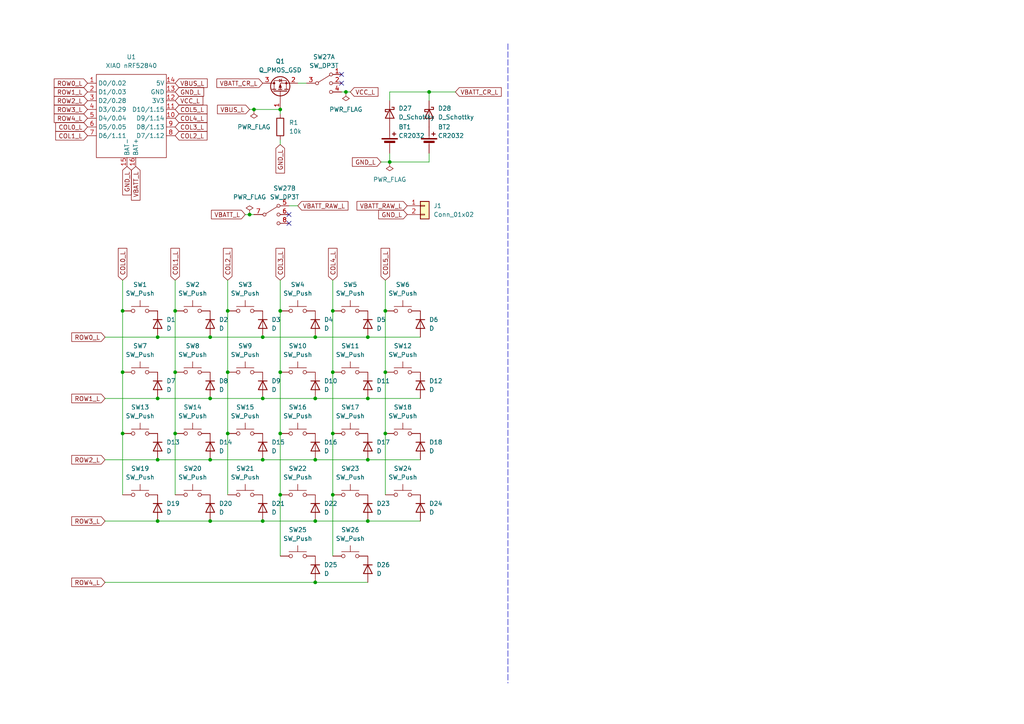
<source format=kicad_sch>
(kicad_sch (version 20230121) (generator eeschema)
  (paper "A4")
  (title_block (title "L4"))
  (lib_symbols
    (symbol "Connector_Generic:Conn_01x02" (pin_names (offset 1.016) hide)
      (property "Reference" "J" (at 0 2.54 0))
      (property "Value" "Conn_01x02" (at 0 -5.08 0))
      (symbol "Conn_01x02_1_1"
        (rectangle (start -1.27 -2.413) (end 0 -2.667) (stroke (width 0.1524)))
        (rectangle (start -1.27 0.127) (end 0 -0.127) (stroke (width 0.1524)))
        (rectangle (start -1.27 1.27) (end 1.27 -3.81) (stroke (width 0.254)) (fill (type background)))
        (pin passive line (at -5.08 0 0) (length 3.81) (name "Pin_1") (number "1"))
        (pin passive line (at -5.08 -2.54 0) (length 3.81) (name "Pin_2") (number "2"))
      )
    )
    (symbol "Device:Battery_Cell" (pin_numbers hide) (pin_names (offset 0) hide)
      (property "Reference" "BT" (at 2.54 2.54 0))
      (property "Value" "Battery_Cell" (at 2.54 0 0))
      (symbol "Battery_Cell_0_1"
        (rectangle (start -2.286 1.778) (end 2.286 1.524) (fill (type outline)))
        (rectangle (start -1.524 1.016) (end 1.524 0.508) (fill (type outline)))
        (polyline (pts (xy 0 0.762) (xy 0 0)))
        (polyline (pts (xy 0 1.778) (xy 0 2.54)))
        (polyline (pts (xy 0.762 3.048) (xy 1.778 3.048)) (stroke (width 0.254)))
        (polyline (pts (xy 1.27 3.556) (xy 1.27 2.54)) (stroke (width 0.254)))
      )
      (symbol "Battery_Cell_1_1"
        (pin passive line (at 0 5.08 270) (length 2.54) (name "+") (number "1"))
        (pin passive line (at 0 -2.54 90) (length 2.54) (name "-") (number "2"))
      )
    )
    (symbol "Device:D" (pin_numbers hide) (pin_names (offset 1.016) hide)
      (property "Reference" "D" (at 0 2.54 0))
      (property "Value" "D" (at 0 -2.54 0))
      (symbol "D_0_1"
        (polyline (pts (xy -1.27 1.27) (xy -1.27 -1.27)) (stroke (width 0.254)))
        (polyline (pts (xy 1.27 0) (xy -1.27 0)))
        (polyline (pts (xy 1.27 1.27) (xy 1.27 -1.27) (xy -1.27 0) (xy 1.27 1.27)) (stroke (width 0.254)))
      )
      (symbol "D_1_1"
        (pin passive line (at -3.81 0 0) (length 2.54) (name "K") (number "1"))
        (pin passive line (at 3.81 0 180) (length 2.54) (name "A") (number "2"))
      )
    )
    (symbol "Device:D_Schottky" (pin_numbers hide) (pin_names (offset 1.016) hide)
      (property "Reference" "D" (at 0 2.54 0))
      (property "Value" "D_Schottky" (at 0 -2.54 0))
      (symbol "D_Schottky_0_1"
        (polyline (pts (xy 1.27 0) (xy -1.27 0)))
        (polyline (pts (xy 1.27 1.27) (xy 1.27 -1.27) (xy -1.27 0) (xy 1.27 1.27)) (stroke (width 0.254)))
        (polyline (pts (xy -1.905 0.635) (xy -1.905 1.27) (xy -1.27 1.27) (xy -1.27 -1.27) (xy -0.635 -1.27) (xy -0.635 -0.635)) (stroke (width 0.254)))
      )
      (symbol "D_Schottky_1_1"
        (pin passive line (at -3.81 0 0) (length 2.54) (name "K") (number "1"))
        (pin passive line (at 3.81 0 180) (length 2.54) (name "A") (number "2"))
      )
    )
    (symbol "Device:Q_PMOS_GSD" (pin_names (offset 0) hide)
      (property "Reference" "Q" (at 5.08 1.27 0))
      (property "Value" "Q_PMOS_GSD" (at 5.08 -1.27 0))
      (symbol "Q_PMOS_GSD_0_1"
        (polyline (pts (xy 0.254 0) (xy -2.54 0)))
        (polyline (pts (xy 0.254 1.905) (xy 0.254 -1.905)) (stroke (width 0.254)))
        (polyline (pts (xy 0.762 -1.27) (xy 0.762 -2.286)) (stroke (width 0.254)))
        (polyline (pts (xy 0.762 0.508) (xy 0.762 -0.508)) (stroke (width 0.254)))
        (polyline (pts (xy 0.762 2.286) (xy 0.762 1.27)) (stroke (width 0.254)))
        (polyline (pts (xy 2.54 2.54) (xy 2.54 1.778)))
        (polyline (pts (xy 2.54 -2.54) (xy 2.54 0) (xy 0.762 0)))
        (polyline (pts (xy 0.762 1.778) (xy 3.302 1.778) (xy 3.302 -1.778) (xy 0.762 -1.778)))
        (polyline (pts (xy 2.286 0) (xy 1.27 0.381) (xy 1.27 -0.381) (xy 2.286 0)) (fill (type outline)))
        (polyline (pts (xy 2.794 -0.508) (xy 2.921 -0.381) (xy 3.683 -0.381) (xy 3.81 -0.254)))
        (polyline (pts (xy 3.302 -0.381) (xy 2.921 0.254) (xy 3.683 0.254) (xy 3.302 -0.381)))
        (circle (center 1.651 0) (radius 2.794) (stroke (width 0.254)))
        (circle (center 2.54 -1.778) (radius 0.254) (fill (type outline)))
        (circle (center 2.54 1.778) (radius 0.254) (fill (type outline)))
      )
      (symbol "Q_PMOS_GSD_1_1"
        (pin input line (at -5.08 0 0) (length 2.54) (name "G") (number "1"))
        (pin passive line (at 2.54 -5.08 90) (length 2.54) (name "S") (number "2"))
        (pin passive line (at 2.54 5.08 270) (length 2.54) (name "D") (number "3"))
      )
    )
    (symbol "Device:R" (pin_numbers hide) (pin_names (offset 0))
      (property "Reference" "R" (at 2.032 0 90))
      (property "Value" "R" (at 0 0 90))
      (symbol "R_0_1"
        (rectangle (start -1.016 -2.54) (end 1.016 2.54) (stroke (width 0.254)))
      )
      (symbol "R_1_1"
        (pin passive line (at 0 3.81 270) (length 1.27) (name "~") (number "1"))
        (pin passive line (at 0 -3.81 90) (length 1.27) (name "~") (number "2"))
      )
    )
    (symbol "Switch:SW_DP3T" (pin_names (offset 0) hide)
      (property "Reference" "SW" (at 0 5.08 0))
      (property "Value" "SW_DP3T" (at 0 -5.08 0))
      (symbol "SW_DP3T_0_1"
        (circle (center -2.032 0) (radius 0.4572))
        (polyline (pts (xy -1.651 0.254) (xy 1.651 2.286)))
        (circle (center 2.032 -2.54) (radius 0.4572))
        (circle (center 2.032 0) (radius 0.4572))
        (circle (center 2.032 2.54) (radius 0.4572))
      )
      (symbol "SW_DP3T_1_1"
        (pin passive line (at 5.08 2.54 180) (length 2.54) (name "1") (number "1"))
        (pin passive line (at 5.08 0 180) (length 2.54) (name "2") (number "2"))
        (pin passive line (at -5.08 0 0) (length 2.54) (name "3") (number "3"))
        (pin passive line (at 5.08 -2.54 180) (length 2.54) (name "4") (number "4"))
      )
      (symbol "SW_DP3T_2_1"
        (pin passive line (at 5.08 2.54 180) (length 2.54) (name "5") (number "5"))
        (pin passive line (at 5.08 0 180) (length 2.54) (name "6") (number "6"))
        (pin passive line (at -5.08 0 0) (length 2.54) (name "7") (number "7"))
        (pin passive line (at 5.08 -2.54 180) (length 2.54) (name "8") (number "8"))
      )
    )
    (symbol "Switch:SW_Push" (pin_numbers hide) (pin_names (offset 1.016) hide)
      (property "Reference" "SW" (at 1.27 2.54 0))
      (property "Value" "SW_Push" (at 0 -1.524 0))
      (symbol "SW_Push_0_1"
        (circle (center -2.032 0) (radius 0.508))
        (polyline (pts (xy 0 1.27) (xy 0 3.048)))
        (polyline (pts (xy 2.54 1.27) (xy -2.54 1.27)))
        (circle (center 2.032 0) (radius 0.508))
        (pin passive line (at -5.08 0 0) (length 2.54) (name "1") (number "1"))
        (pin passive line (at 5.08 0 180) (length 2.54) (name "2") (number "2"))
      )
    )
    (symbol "power:PWR_FLAG" (power) (pin_numbers hide) (pin_names (offset 0) hide)
      (property "Value" "PWR_FLAG" (at 0 3.81 0))
      (symbol "PWR_FLAG_0_0"
        (pin power_out line (at 0 0 90) (length 0) (name "pwr") (number "1"))
      )
      (symbol "PWR_FLAG_0_1"
        (polyline (pts (xy 0 0) (xy 0 1.27) (xy -1.016 1.905) (xy 0 2.54) (xy 1.016 1.905) (xy 0 1.27)))
      )
    )
    (symbol "seeed:xiao_nrf52840"
      (property "Reference" "U" (at 0 13.97 0))
      (symbol "xiao_nrf52840_0_1"
        (rectangle (start -10.16 10.16) (end 10.16 -13.97))
      )
      (symbol "xiao_nrf52840_1_1"
        (pin bidirectional line (at -12.7 7.62 0) (length 2.54) (name "D0/0.02") (number "1"))
        (pin bidirectional line (at 12.7 -2.54 180) (length 2.56) (name "D9/1.14") (number "10"))
        (pin bidirectional line (at 12.7 0 180) (length 2.56) (name "D10/1.15") (number "11"))
        (pin power_in line (at 12.7 2.54 180) (length 2.56) (name "3V3") (number "12"))
        (pin power_in line (at 12.7 5.08 180) (length 2.56) (name "GND") (number "13"))
        (pin power_in line (at 12.7 7.62 180) (length 2.56) (name "5V") (number "14"))
        (pin power_in line (at -1.27 -16.51 90) (length 2.56) (name "BAT-") (number "15"))
        (pin power_in line (at 1.27 -16.51 90) (length 2.56) (name "BAT+") (number "16"))
        (pin bidirectional line (at -12.7 5.08 0) (length 2.54) (name "D1/0.03") (number "2"))
        (pin bidirectional line (at -12.7 2.54 0) (length 2.54) (name "D2/0.28") (number "3"))
        (pin bidirectional line (at -12.7 0 0) (length 2.54) (name "D3/0.29") (number "4"))
        (pin bidirectional line (at -12.7 -2.54 0) (length 2.56) (name "D4/0.04") (number "5"))
        (pin bidirectional line (at -12.7 -5.08 0) (length 2.56) (name "D5/0.05") (number "6"))
        (pin bidirectional line (at -12.7 -7.62 0) (length 2.56) (name "D6/1.11") (number "7"))
        (pin bidirectional line (at 12.7 -7.62 180) (length 2.56) (name "D7/1.12") (number "8"))
        (pin bidirectional line (at 12.7 -5.08 180) (length 2.56) (name "D8/1.13") (number "9"))
      )
    )
  )
  (junction (at 35.56 107.95))
  (junction (at 81.28 31.75))
  (junction (at 81.28 90.17))
  (junction (at 111.76 107.95))
  (junction (at 66.04 90.17))
  (junction (at 60.96 97.79))
  (junction (at 91.44 151.13))
  (junction (at 45.72 115.57))
  (junction (at 91.44 133.35))
  (junction (at 81.28 125.73))
  (junction (at 50.8 125.73))
  (junction (at 76.2 115.57))
  (junction (at 91.44 97.79))
  (junction (at 66.04 125.73))
  (junction (at 96.52 90.17))
  (junction (at 106.68 151.13))
  (junction (at 124.46 26.67))
  (junction (at 50.8 107.95))
  (junction (at 35.56 125.73))
  (junction (at 96.52 107.95))
  (junction (at 111.76 125.73))
  (junction (at 111.76 90.17))
  (junction (at 96.52 125.73))
  (junction (at 91.44 168.91))
  (junction (at 81.28 107.95))
  (junction (at 72.39 62.23))
  (junction (at 100.33 26.67))
  (junction (at 60.96 115.57))
  (junction (at 106.68 115.57))
  (junction (at 73.66 31.75))
  (junction (at 60.96 151.13))
  (junction (at 60.96 133.35))
  (junction (at 81.28 143.51))
  (junction (at 45.72 97.79))
  (junction (at 96.52 143.51))
  (junction (at 113.03 46.99))
  (junction (at 35.56 90.17))
  (junction (at 45.72 133.35))
  (junction (at 76.2 97.79))
  (junction (at 45.72 151.13))
  (junction (at 106.68 97.79))
  (junction (at 76.2 151.13))
  (junction (at 66.04 107.95))
  (junction (at 50.8 90.17))
  (junction (at 91.44 115.57))
  (junction (at 106.68 133.35))
  (junction (at 76.2 133.35))
  (no_connect (at 99.06 24.13))
  (no_connect (at 83.82 64.77))
  (no_connect (at 99.06 21.59))
  (no_connect (at 83.82 62.23))
  (wire (pts (xy 113.03 26.67) (xy 113.03 29.21)))
  (wire (pts (xy 60.96 97.79) (xy 76.2 97.79)))
  (wire (pts (xy 111.76 125.73) (xy 111.76 143.51)))
  (wire (pts (xy 91.44 97.79) (xy 106.68 97.79)))
  (wire (pts (xy 50.8 81.28) (xy 50.8 90.17)))
  (wire (pts (xy 81.28 143.51) (xy 81.28 161.29)))
  (wire (pts (xy 66.04 107.95) (xy 66.04 125.73)))
  (polyline (pts (xy 147.32 12.7) (xy 147.32 198.12)) (stroke (width 0) (type dash)))
  (wire (pts (xy 72.39 62.23) (xy 73.66 62.23)))
  (wire (pts (xy 71.12 62.23) (xy 72.39 62.23)))
  (wire (pts (xy 106.68 151.13) (xy 121.92 151.13)))
  (wire (pts (xy 45.72 133.35) (xy 60.96 133.35)))
  (wire (pts (xy 81.28 81.28) (xy 81.28 90.17)))
  (wire (pts (xy 66.04 90.17) (xy 66.04 107.95)))
  (wire (pts (xy 81.28 33.02) (xy 81.28 31.75)))
  (wire (pts (xy 96.52 90.17) (xy 96.52 107.95)))
  (wire (pts (xy 100.33 26.67) (xy 99.06 26.67)))
  (wire (pts (xy 81.28 107.95) (xy 81.28 125.73)))
  (wire (pts (xy 124.46 44.45) (xy 124.46 46.99)))
  (wire (pts (xy 91.44 168.91) (xy 106.68 168.91)))
  (wire (pts (xy 91.44 133.35) (xy 106.68 133.35)))
  (wire (pts (xy 101.6 26.67) (xy 100.33 26.67)))
  (wire (pts (xy 106.68 97.79) (xy 121.92 97.79)))
  (wire (pts (xy 50.8 125.73) (xy 50.8 143.51)))
  (wire (pts (xy 72.39 31.75) (xy 73.66 31.75)))
  (wire (pts (xy 113.03 44.45) (xy 113.03 46.99)))
  (wire (pts (xy 124.46 26.67) (xy 124.46 29.21)))
  (wire (pts (xy 66.04 81.28) (xy 66.04 90.17)))
  (wire (pts (xy 86.36 59.69) (xy 83.82 59.69)))
  (wire (pts (xy 76.2 151.13) (xy 91.44 151.13)))
  (wire (pts (xy 81.28 125.73) (xy 81.28 143.51)))
  (wire (pts (xy 30.48 168.91) (xy 91.44 168.91)))
  (wire (pts (xy 91.44 151.13) (xy 106.68 151.13)))
  (wire (pts (xy 60.96 151.13) (xy 76.2 151.13)))
  (wire (pts (xy 30.48 133.35) (xy 45.72 133.35)))
  (wire (pts (xy 60.96 115.57) (xy 76.2 115.57)))
  (wire (pts (xy 76.2 115.57) (xy 91.44 115.57)))
  (wire (pts (xy 106.68 133.35) (xy 121.92 133.35)))
  (wire (pts (xy 96.52 81.28) (xy 96.52 90.17)))
  (wire (pts (xy 30.48 151.13) (xy 45.72 151.13)))
  (wire (pts (xy 50.8 90.17) (xy 50.8 107.95)))
  (wire (pts (xy 81.28 41.91) (xy 81.28 40.64)))
  (wire (pts (xy 73.66 31.75) (xy 81.28 31.75)))
  (wire (pts (xy 60.96 133.35) (xy 76.2 133.35)))
  (wire (pts (xy 111.76 90.17) (xy 111.76 107.95)))
  (wire (pts (xy 35.56 107.95) (xy 35.56 125.73)))
  (wire (pts (xy 96.52 107.95) (xy 96.52 125.73)))
  (wire (pts (xy 106.68 115.57) (xy 121.92 115.57)))
  (wire (pts (xy 96.52 143.51) (xy 96.52 161.29)))
  (wire (pts (xy 35.56 81.28) (xy 35.56 90.17)))
  (wire (pts (xy 45.72 115.57) (xy 60.96 115.57)))
  (wire (pts (xy 124.46 26.67) (xy 132.08 26.67)))
  (wire (pts (xy 76.2 133.35) (xy 91.44 133.35)))
  (wire (pts (xy 81.28 90.17) (xy 81.28 107.95)))
  (wire (pts (xy 30.48 97.79) (xy 45.72 97.79)))
  (wire (pts (xy 113.03 26.67) (xy 124.46 26.67)))
  (wire (pts (xy 111.76 107.95) (xy 111.76 125.73)))
  (wire (pts (xy 110.49 46.99) (xy 113.03 46.99)))
  (wire (pts (xy 86.36 24.13) (xy 88.9 24.13)))
  (wire (pts (xy 35.56 125.73) (xy 35.56 143.51)))
  (wire (pts (xy 30.48 115.57) (xy 45.72 115.57)))
  (wire (pts (xy 45.72 151.13) (xy 60.96 151.13)))
  (wire (pts (xy 35.56 90.17) (xy 35.56 107.95)))
  (wire (pts (xy 66.04 125.73) (xy 66.04 143.51)))
  (wire (pts (xy 50.8 107.95) (xy 50.8 125.73)))
  (wire (pts (xy 111.76 81.28) (xy 111.76 90.17)))
  (wire (pts (xy 76.2 97.79) (xy 91.44 97.79)))
  (wire (pts (xy 45.72 97.79) (xy 60.96 97.79)))
  (wire (pts (xy 113.03 46.99) (xy 124.46 46.99)))
  (wire (pts (xy 96.52 125.73) (xy 96.52 143.51)))
  (wire (pts (xy 91.44 115.57) (xy 106.68 115.57)))
  (global_label "GND_L" (shape input) (at 118.11 62.23 180) (property "Intersheetrefs" "${INTERSHEET_REFS}" (effects hide)))
  (global_label "ROW2_L" (shape input) (at 25.4 29.21 180) (property "Intersheetrefs" "${INTERSHEET_REFS}" (effects hide)))
  (global_label "COL1_L" (shape input) (at 25.4 39.37 180) (property "Intersheetrefs" "${INTERSHEET_REFS}" (effects hide)))
  (global_label "VBATT_CR_L" (shape input) (at 132.08 26.67 0) (property "Intersheetrefs" "${INTERSHEET_REFS}" (effects hide)))
  (global_label "VBUS_L" (shape input) (at 72.39 31.75 180) (property "Intersheetrefs" "${INTERSHEET_REFS}" (effects hide)))
  (global_label "VBUS_L" (shape input) (at 50.8 24.13 0) (property "Intersheetrefs" "${INTERSHEET_REFS}" (effects hide)))
  (global_label "GND_L" (shape input) (at 50.8 26.67 0) (property "Intersheetrefs" "${INTERSHEET_REFS}" (effects hide)))
  (global_label "COL5_L" (shape input) (at 50.8 31.75 0) (property "Intersheetrefs" "${INTERSHEET_REFS}" (effects hide)))
  (global_label "ROW0_L" (shape input) (at 25.4 24.13 180) (property "Intersheetrefs" "${INTERSHEET_REFS}" (effects hide)))
  (global_label "COL4_L" (shape input) (at 96.52 81.28 90) (property "Intersheetrefs" "${INTERSHEET_REFS}" (effects hide)))
  (global_label "COL5_L" (shape input) (at 111.76 81.28 90) (property "Intersheetrefs" "${INTERSHEET_REFS}" (effects hide)))
  (global_label "ROW3_L" (shape input) (at 30.48 151.13 180) (property "Intersheetrefs" "${INTERSHEET_REFS}" (effects hide)))
  (global_label "VBATT_RAW_L" (shape input) (at 86.36 59.69 0) (property "Intersheetrefs" "${INTERSHEET_REFS}" (effects hide)))
  (global_label "COL0_L" (shape input) (at 35.56 81.28 90) (property "Intersheetrefs" "${INTERSHEET_REFS}" (effects hide)))
  (global_label "COL3_L" (shape input) (at 81.28 81.28 90) (property "Intersheetrefs" "${INTERSHEET_REFS}" (effects hide)))
  (global_label "ROW3_L" (shape input) (at 25.4 31.75 180) (property "Intersheetrefs" "${INTERSHEET_REFS}" (effects hide)))
  (global_label "ROW1_L" (shape input) (at 30.48 115.57 180) (property "Intersheetrefs" "${INTERSHEET_REFS}" (effects hide)))
  (global_label "VBATT_L" (shape input) (at 71.12 62.23 180) (property "Intersheetrefs" "${INTERSHEET_REFS}" (effects hide)))
  (global_label "ROW4_L" (shape input) (at 30.48 168.91 180) (property "Intersheetrefs" "${INTERSHEET_REFS}" (effects hide)))
  (global_label "COL3_L" (shape input) (at 50.8 36.83 0) (property "Intersheetrefs" "${INTERSHEET_REFS}" (effects hide)))
  (global_label "COL1_L" (shape input) (at 50.8 81.28 90) (property "Intersheetrefs" "${INTERSHEET_REFS}" (effects hide)))
  (global_label "COL2_L" (shape input) (at 66.04 81.28 90) (property "Intersheetrefs" "${INTERSHEET_REFS}" (effects hide)))
  (global_label "COL2_L" (shape input) (at 50.8 39.37 0) (property "Intersheetrefs" "${INTERSHEET_REFS}" (effects hide)))
  (global_label "VCC_L" (shape input) (at 101.6 26.67 0) (property "Intersheetrefs" "${INTERSHEET_REFS}" (effects hide)))
  (global_label "ROW2_L" (shape input) (at 30.48 133.35 180) (property "Intersheetrefs" "${INTERSHEET_REFS}" (effects hide)))
  (global_label "VCC_L" (shape input) (at 50.8 29.21 0) (property "Intersheetrefs" "${INTERSHEET_REFS}" (effects hide)))
  (global_label "VBATT_RAW_L" (shape input) (at 118.11 59.69 180) (property "Intersheetrefs" "${INTERSHEET_REFS}" (effects hide)))
  (global_label "GND_L" (shape input) (at 36.83 48.26 270) (property "Intersheetrefs" "${INTERSHEET_REFS}" (effects hide)))
  (global_label "ROW0_L" (shape input) (at 30.48 97.79 180) (property "Intersheetrefs" "${INTERSHEET_REFS}" (effects hide)))
  (global_label "VBATT_L" (shape input) (at 39.37 48.26 270) (property "Intersheetrefs" "${INTERSHEET_REFS}" (effects hide)))
  (global_label "ROW4_L" (shape input) (at 25.4 34.29 180) (property "Intersheetrefs" "${INTERSHEET_REFS}" (effects hide)))
  (global_label "COL4_L" (shape input) (at 50.8 34.29 0) (property "Intersheetrefs" "${INTERSHEET_REFS}" (effects hide)))
  (global_label "GND_L" (shape input) (at 81.28 41.91 270) (property "Intersheetrefs" "${INTERSHEET_REFS}" (effects hide)))
  (global_label "GND_L" (shape input) (at 110.49 46.99 180) (property "Intersheetrefs" "${INTERSHEET_REFS}" (effects hide)))
  (global_label "VBATT_CR_L" (shape input) (at 76.2 24.13 180) (property "Intersheetrefs" "${INTERSHEET_REFS}" (effects hide)))
  (global_label "ROW1_L" (shape input) (at 25.4 26.67 180) (property "Intersheetrefs" "${INTERSHEET_REFS}" (effects hide)))
  (global_label "COL0_L" (shape input) (at 25.4 36.83 180) (property "Intersheetrefs" "${INTERSHEET_REFS}" (effects hide)))
  (symbol (lib_id "Switch:SW_Push") (at 71.12 90.17 0) (unit 1)
    (property "Reference" "SW3" (at 71.12 82.55 0))
    (property "Value" "SW_Push" (at 71.12 85.09 0))
  )
  (symbol (lib_id "Device:D") (at 121.92 111.76 270) (unit 1)
    (property "Reference" "D12" (at 124.46 110.49 90) (effects (justify left)))
    (property "Value" "D" (at 124.46 113.03 90) (effects (justify left)))
    (property "Sim.Device" "D" (effects hide))
    (property "Sim.Pins" "1=K 2=A" (effects hide))
  )
  (symbol (lib_id "Switch:SW_Push") (at 55.88 107.95 0) (unit 1)
    (property "Reference" "SW8" (at 55.88 100.33 0))
    (property "Value" "SW_Push" (at 55.88 102.87 0))
  )
  (symbol (lib_id "Device:D") (at 106.68 129.54 270) (unit 1)
    (property "Reference" "D17" (at 109.22 128.27 90) (effects (justify left)))
    (property "Value" "D" (at 109.22 130.81 90) (effects (justify left)))
    (property "Sim.Device" "D" (effects hide))
    (property "Sim.Pins" "1=K 2=A" (effects hide))
  )
  (symbol (lib_id "Device:D") (at 91.44 111.76 270) (unit 1)
    (property "Reference" "D10" (at 93.98 110.49 90) (effects (justify left)))
    (property "Value" "D" (at 93.98 113.03 90) (effects (justify left)))
    (property "Sim.Device" "D" (effects hide))
    (property "Sim.Pins" "1=K 2=A" (effects hide))
  )
  (symbol (lib_id "Switch:SW_Push") (at 40.64 107.95 0) (unit 1)
    (property "Reference" "SW7" (at 40.64 100.33 0))
    (property "Value" "SW_Push" (at 40.64 102.87 0))
  )
  (symbol (lib_id "Device:D") (at 45.72 147.32 270) (unit 1)
    (property "Reference" "D19" (at 48.26 146.05 90) (effects (justify left)))
    (property "Value" "D" (at 48.26 148.59 90) (effects (justify left)))
    (property "Sim.Device" "D" (effects hide))
    (property "Sim.Pins" "1=K 2=A" (effects hide))
  )
  (symbol (lib_id "Device:D") (at 106.68 111.76 270) (unit 1)
    (property "Reference" "D11" (at 109.22 110.49 90) (effects (justify left)))
    (property "Value" "D" (at 109.22 113.03 90) (effects (justify left)))
    (property "Sim.Device" "D" (effects hide))
    (property "Sim.Pins" "1=K 2=A" (effects hide))
  )
  (symbol (lib_id "Switch:SW_DP3T") (at 93.98 24.13 0) (unit 1)
    (property "Reference" "SW27" (at 93.98 16.51 0))
    (property "Value" "SW_DP3T" (at 93.98 19.05 0))
  )
  (symbol (lib_id "Device:D") (at 76.2 129.54 270) (unit 1)
    (property "Reference" "D15" (at 78.74 128.27 90) (effects (justify left)))
    (property "Value" "D" (at 78.74 130.81 90) (effects (justify left)))
    (property "Sim.Device" "D" (effects hide))
    (property "Sim.Pins" "1=K 2=A" (effects hide))
  )
  (symbol (lib_id "Device:Battery_Cell") (at 113.03 41.91 0) (unit 1)
    (property "Reference" "BT1" (at 115.57 36.83 0) (effects (justify left)))
    (property "Value" "CR2032" (at 115.57 39.37 0) (effects (justify left)))
  )
  (symbol (lib_id "Device:D") (at 60.96 93.98 270) (unit 1)
    (property "Reference" "D2" (at 63.5 92.71 90) (effects (justify left)))
    (property "Value" "D" (at 63.5 95.25 90) (effects (justify left)))
    (property "Sim.Device" "D" (effects hide))
    (property "Sim.Pins" "1=K 2=A" (effects hide))
  )
  (symbol (lib_id "Device:D") (at 121.92 129.54 270) (unit 1)
    (property "Reference" "D18" (at 124.46 128.27 90) (effects (justify left)))
    (property "Value" "D" (at 124.46 130.81 90) (effects (justify left)))
    (property "Sim.Device" "D" (effects hide))
    (property "Sim.Pins" "1=K 2=A" (effects hide))
  )
  (symbol (lib_id "Switch:SW_Push") (at 71.12 107.95 0) (unit 1)
    (property "Reference" "SW9" (at 71.12 100.33 0))
    (property "Value" "SW_Push" (at 71.12 102.87 0))
  )
  (symbol (lib_id "Device:D") (at 45.72 93.98 270) (unit 1)
    (property "Reference" "D1" (at 48.26 92.71 90) (effects (justify left)))
    (property "Value" "D" (at 48.26 95.25 90) (effects (justify left)))
    (property "Sim.Device" "D" (effects hide))
    (property "Sim.Pins" "1=K 2=A" (effects hide))
  )
  (symbol (lib_id "Device:D") (at 106.68 147.32 270) (unit 1)
    (property "Reference" "D23" (at 109.22 146.05 90) (effects (justify left)))
    (property "Value" "D" (at 109.22 148.59 90) (effects (justify left)))
    (property "Sim.Device" "D" (effects hide))
    (property "Sim.Pins" "1=K 2=A" (effects hide))
  )
  (symbol (lib_id "Switch:SW_Push") (at 116.84 90.17 0) (unit 1)
    (property "Reference" "SW6" (at 116.84 82.55 0))
    (property "Value" "SW_Push" (at 116.84 85.09 0))
  )
  (symbol (lib_id "Device:R") (at 81.28 36.83 0) (unit 1)
    (property "Reference" "R1" (at 83.82 35.56 0) (effects (justify left)))
    (property "Value" "10k" (at 83.82 38.1 0) (effects (justify left)))
  )
  (symbol (lib_id "power:PWR_FLAG") (at 72.39 62.23 0) (unit 1)
    (property "Reference" "#FLG02" (effects hide))
    (property "Value" "PWR_FLAG" (at 72.39 57.15 0))
  )
  (symbol (lib_id "Switch:SW_Push") (at 116.84 107.95 0) (unit 1)
    (property "Reference" "SW12" (at 116.84 100.33 0))
    (property "Value" "SW_Push" (at 116.84 102.87 0))
  )
  (symbol (lib_id "Device:D") (at 60.96 147.32 270) (unit 1)
    (property "Reference" "D20" (at 63.5 146.05 90) (effects (justify left)))
    (property "Value" "D" (at 63.5 148.59 90) (effects (justify left)))
    (property "Sim.Device" "D" (effects hide))
    (property "Sim.Pins" "1=K 2=A" (effects hide))
  )
  (symbol (lib_id "Switch:SW_Push") (at 116.84 125.73 0) (unit 1)
    (property "Reference" "SW18" (at 116.84 118.11 0))
    (property "Value" "SW_Push" (at 116.84 120.65 0))
  )
  (symbol (lib_id "Switch:SW_Push") (at 40.64 143.51 0) (unit 1)
    (property "Reference" "SW19" (at 40.64 135.89 0))
    (property "Value" "SW_Push" (at 40.64 138.43 0))
  )
  (symbol (lib_id "Switch:SW_DP3T") (at 78.74 62.23 0) (unit 2)
    (property "Reference" "SW27" (at 82.55 54.61 0))
    (property "Value" "SW_DP3T" (at 82.55 57.15 0))
  )
  (symbol (lib_id "Device:D") (at 121.92 93.98 270) (unit 1)
    (property "Reference" "D6" (at 124.46 92.71 90) (effects (justify left)))
    (property "Value" "D" (at 124.46 95.25 90) (effects (justify left)))
    (property "Sim.Device" "D" (effects hide))
    (property "Sim.Pins" "1=K 2=A" (effects hide))
  )
  (symbol (lib_id "Device:D") (at 121.92 147.32 270) (unit 1)
    (property "Reference" "D24" (at 124.46 146.05 90) (effects (justify left)))
    (property "Value" "D" (at 124.46 148.59 90) (effects (justify left)))
    (property "Sim.Device" "D" (effects hide))
    (property "Sim.Pins" "1=K 2=A" (effects hide))
  )
  (symbol (lib_id "Device:D") (at 76.2 93.98 270) (unit 1)
    (property "Reference" "D3" (at 78.74 92.71 90) (effects (justify left)))
    (property "Value" "D" (at 78.74 95.25 90) (effects (justify left)))
    (property "Sim.Device" "D" (effects hide))
    (property "Sim.Pins" "1=K 2=A" (effects hide))
  )
  (symbol (lib_id "Device:D_Schottky") (at 124.46 33.02 270) (unit 1)
    (property "Reference" "D28" (at 127 31.4325 90) (effects (justify left)))
    (property "Value" "D_Schottky" (at 127 33.9725 90) (effects (justify left)))
  )
  (symbol (lib_id "Switch:SW_Push") (at 86.36 143.51 0) (unit 1)
    (property "Reference" "SW22" (at 86.36 135.89 0))
    (property "Value" "SW_Push" (at 86.36 138.43 0))
  )
  (symbol (lib_id "Device:D") (at 91.44 147.32 270) (unit 1)
    (property "Reference" "D22" (at 93.98 146.05 90) (effects (justify left)))
    (property "Value" "D" (at 93.98 148.59 90) (effects (justify left)))
    (property "Sim.Device" "D" (effects hide))
    (property "Sim.Pins" "1=K 2=A" (effects hide))
  )
  (symbol (lib_id "Switch:SW_Push") (at 71.12 143.51 0) (unit 1)
    (property "Reference" "SW21" (at 71.12 135.89 0))
    (property "Value" "SW_Push" (at 71.12 138.43 0))
  )
  (symbol (lib_id "Device:D") (at 91.44 165.1 270) (unit 1)
    (property "Reference" "D25" (at 93.98 163.83 90) (effects (justify left)))
    (property "Value" "D" (at 93.98 166.37 90) (effects (justify left)))
    (property "Sim.Device" "D" (effects hide))
    (property "Sim.Pins" "1=K 2=A" (effects hide))
  )
  (symbol (lib_id "Switch:SW_Push") (at 55.88 143.51 0) (unit 1)
    (property "Reference" "SW20" (at 55.88 135.89 0))
    (property "Value" "SW_Push" (at 55.88 138.43 0))
  )
  (symbol (lib_id "Device:D") (at 76.2 111.76 270) (unit 1)
    (property "Reference" "D9" (at 78.74 110.49 90) (effects (justify left)))
    (property "Value" "D" (at 78.74 113.03 90) (effects (justify left)))
    (property "Sim.Device" "D" (effects hide))
    (property "Sim.Pins" "1=K 2=A" (effects hide))
  )
  (symbol (lib_id "Switch:SW_Push") (at 55.88 125.73 0) (unit 1)
    (property "Reference" "SW14" (at 55.88 118.11 0))
    (property "Value" "SW_Push" (at 55.88 120.65 0))
  )
  (symbol (lib_id "power:PWR_FLAG") (at 73.66 31.75 180) (unit 1)
    (property "Reference" "#FLG03" (effects hide))
    (property "Value" "PWR_FLAG" (at 73.66 36.83 0))
  )
  (symbol (lib_id "Connector_Generic:Conn_01x02") (at 123.19 59.69 0) (unit 1)
    (property "Reference" "J1" (at 125.73 59.69 0) (effects (justify left)))
    (property "Value" "Conn_01x02" (at 125.73 62.23 0) (effects (justify left)))
  )
  (symbol (lib_id "Device:D") (at 60.96 129.54 270) (unit 1)
    (property "Reference" "D14" (at 63.5 128.27 90) (effects (justify left)))
    (property "Value" "D" (at 63.5 130.81 90) (effects (justify left)))
    (property "Sim.Device" "D" (effects hide))
    (property "Sim.Pins" "1=K 2=A" (effects hide))
  )
  (symbol (lib_id "Switch:SW_Push") (at 101.6 107.95 0) (unit 1)
    (property "Reference" "SW11" (at 101.6 100.33 0))
    (property "Value" "SW_Push" (at 101.6 102.87 0))
  )
  (symbol (lib_id "Switch:SW_Push") (at 86.36 161.29 0) (unit 1)
    (property "Reference" "SW25" (at 86.36 153.67 0))
    (property "Value" "SW_Push" (at 86.36 156.21 0))
  )
  (symbol (lib_id "Device:Battery_Cell") (at 124.46 41.91 0) (unit 1)
    (property "Reference" "BT2" (at 127 36.83 0) (effects (justify left)))
    (property "Value" "CR2032" (at 127 39.37 0) (effects (justify left)))
  )
  (symbol (lib_id "Switch:SW_Push") (at 40.64 90.17 0) (unit 1)
    (property "Reference" "SW1" (at 40.64 82.55 0))
    (property "Value" "SW_Push" (at 40.64 85.09 0))
  )
  (symbol (lib_id "Device:D") (at 106.68 93.98 270) (unit 1)
    (property "Reference" "D5" (at 109.22 92.71 90) (effects (justify left)))
    (property "Value" "D" (at 109.22 95.25 90) (effects (justify left)))
    (property "Sim.Device" "D" (effects hide))
    (property "Sim.Pins" "1=K 2=A" (effects hide))
  )
  (symbol (lib_id "power:PWR_FLAG") (at 100.33 26.67 180) (unit 1)
    (property "Reference" "#FLG04" (effects hide))
    (property "Value" "PWR_FLAG" (at 100.33 31.75 0))
  )
  (symbol (lib_id "Switch:SW_Push") (at 55.88 90.17 0) (unit 1)
    (property "Reference" "SW2" (at 55.88 82.55 0))
    (property "Value" "SW_Push" (at 55.88 85.09 0))
  )
  (symbol (lib_id "Device:D") (at 106.68 165.1 270) (unit 1)
    (property "Reference" "D26" (at 109.22 163.83 90) (effects (justify left)))
    (property "Value" "D" (at 109.22 166.37 90) (effects (justify left)))
    (property "Sim.Device" "D" (effects hide))
    (property "Sim.Pins" "1=K 2=A" (effects hide))
  )
  (symbol (lib_id "Device:D") (at 76.2 147.32 270) (unit 1)
    (property "Reference" "D21" (at 78.74 146.05 90) (effects (justify left)))
    (property "Value" "D" (at 78.74 148.59 90) (effects (justify left)))
    (property "Sim.Device" "D" (effects hide))
    (property "Sim.Pins" "1=K 2=A" (effects hide))
  )
  (symbol (lib_id "Device:D") (at 45.72 111.76 270) (unit 1)
    (property "Reference" "D7" (at 48.26 110.49 90) (effects (justify left)))
    (property "Value" "D" (at 48.26 113.03 90) (effects (justify left)))
    (property "Sim.Device" "D" (effects hide))
    (property "Sim.Pins" "1=K 2=A" (effects hide))
  )
  (symbol (lib_id "Switch:SW_Push") (at 86.36 107.95 0) (unit 1)
    (property "Reference" "SW10" (at 86.36 100.33 0))
    (property "Value" "SW_Push" (at 86.36 102.87 0))
  )
  (symbol (lib_id "Switch:SW_Push") (at 40.64 125.73 0) (unit 1)
    (property "Reference" "SW13" (at 40.64 118.11 0))
    (property "Value" "SW_Push" (at 40.64 120.65 0))
  )
  (symbol (lib_id "Device:D") (at 91.44 129.54 270) (unit 1)
    (property "Reference" "D16" (at 93.98 128.27 90) (effects (justify left)))
    (property "Value" "D" (at 93.98 130.81 90) (effects (justify left)))
    (property "Sim.Device" "D" (effects hide))
    (property "Sim.Pins" "1=K 2=A" (effects hide))
  )
  (symbol (lib_id "Switch:SW_Push") (at 116.84 143.51 0) (unit 1)
    (property "Reference" "SW24" (at 116.84 135.89 0))
    (property "Value" "SW_Push" (at 116.84 138.43 0))
  )
  (symbol (lib_id "Device:D_Schottky") (at 113.03 33.02 270) (unit 1)
    (property "Reference" "D27" (at 115.57 31.4325 90) (effects (justify left)))
    (property "Value" "D_Schottky" (at 115.57 33.9725 90) (effects (justify left)))
  )
  (symbol (lib_id "Switch:SW_Push") (at 101.6 125.73 0) (unit 1)
    (property "Reference" "SW17" (at 101.6 118.11 0))
    (property "Value" "SW_Push" (at 101.6 120.65 0))
  )
  (symbol (lib_id "Device:D") (at 91.44 93.98 270) (unit 1)
    (property "Reference" "D4" (at 93.98 92.71 90) (effects (justify left)))
    (property "Value" "D" (at 93.98 95.25 90) (effects (justify left)))
    (property "Sim.Device" "D" (effects hide))
    (property "Sim.Pins" "1=K 2=A" (effects hide))
  )
  (symbol (lib_id "Switch:SW_Push") (at 101.6 90.17 0) (unit 1)
    (property "Reference" "SW5" (at 101.6 82.55 0))
    (property "Value" "SW_Push" (at 101.6 85.09 0))
  )
  (symbol (lib_id "Switch:SW_Push") (at 71.12 125.73 0) (unit 1)
    (property "Reference" "SW15" (at 71.12 118.11 0))
    (property "Value" "SW_Push" (at 71.12 120.65 0))
  )
  (symbol (lib_id "Switch:SW_Push") (at 86.36 125.73 0) (unit 1)
    (property "Reference" "SW16" (at 86.36 118.11 0))
    (property "Value" "SW_Push" (at 86.36 120.65 0))
  )
  (symbol (lib_id "seeed:xiao_nrf52840") (at 38.1 31.75 0) (unit 1)
    (property "Reference" "U1" (at 38.1 16.51 0))
    (property "Value" "XIAO nRF52840" (at 38.1 19.05 0))
  )
  (symbol (lib_id "Device:Q_PMOS_GSD") (at 81.28 26.67 90) (unit 1)
    (property "Reference" "Q1" (at 81.28 17.78 90))
    (property "Value" "Q_PMOS_GSD" (at 81.28 20.32 90))
  )
  (symbol (lib_id "Device:D") (at 45.72 129.54 270) (unit 1)
    (property "Reference" "D13" (at 48.26 128.27 90) (effects (justify left)))
    (property "Value" "D" (at 48.26 130.81 90) (effects (justify left)))
    (property "Sim.Device" "D" (effects hide))
    (property "Sim.Pins" "1=K 2=A" (effects hide))
  )
  (symbol (lib_id "Device:D") (at 60.96 111.76 270) (unit 1)
    (property "Reference" "D8" (at 63.5 110.49 90) (effects (justify left)))
    (property "Value" "D" (at 63.5 113.03 90) (effects (justify left)))
    (property "Sim.Device" "D" (effects hide))
    (property "Sim.Pins" "1=K 2=A" (effects hide))
  )
  (symbol (lib_id "power:PWR_FLAG") (at 113.03 46.99 180) (unit 1)
    (property "Reference" "#FLG01" (effects hide))
    (property "Value" "PWR_FLAG" (at 113.03 52.07 0))
  )
  (symbol (lib_id "Switch:SW_Push") (at 101.6 143.51 0) (unit 1)
    (property "Reference" "SW23" (at 101.6 135.89 0))
    (property "Value" "SW_Push" (at 101.6 138.43 0))
  )
  (symbol (lib_id "Switch:SW_Push") (at 86.36 90.17 0) (unit 1)
    (property "Reference" "SW4" (at 86.36 82.55 0))
    (property "Value" "SW_Push" (at 86.36 85.09 0))
  )
  (symbol (lib_id "Switch:SW_Push") (at 101.6 161.29 0) (unit 1)
    (property "Reference" "SW26" (at 101.6 153.67 0))
    (property "Value" "SW_Push" (at 101.6 156.21 0))
  )
)
</source>
